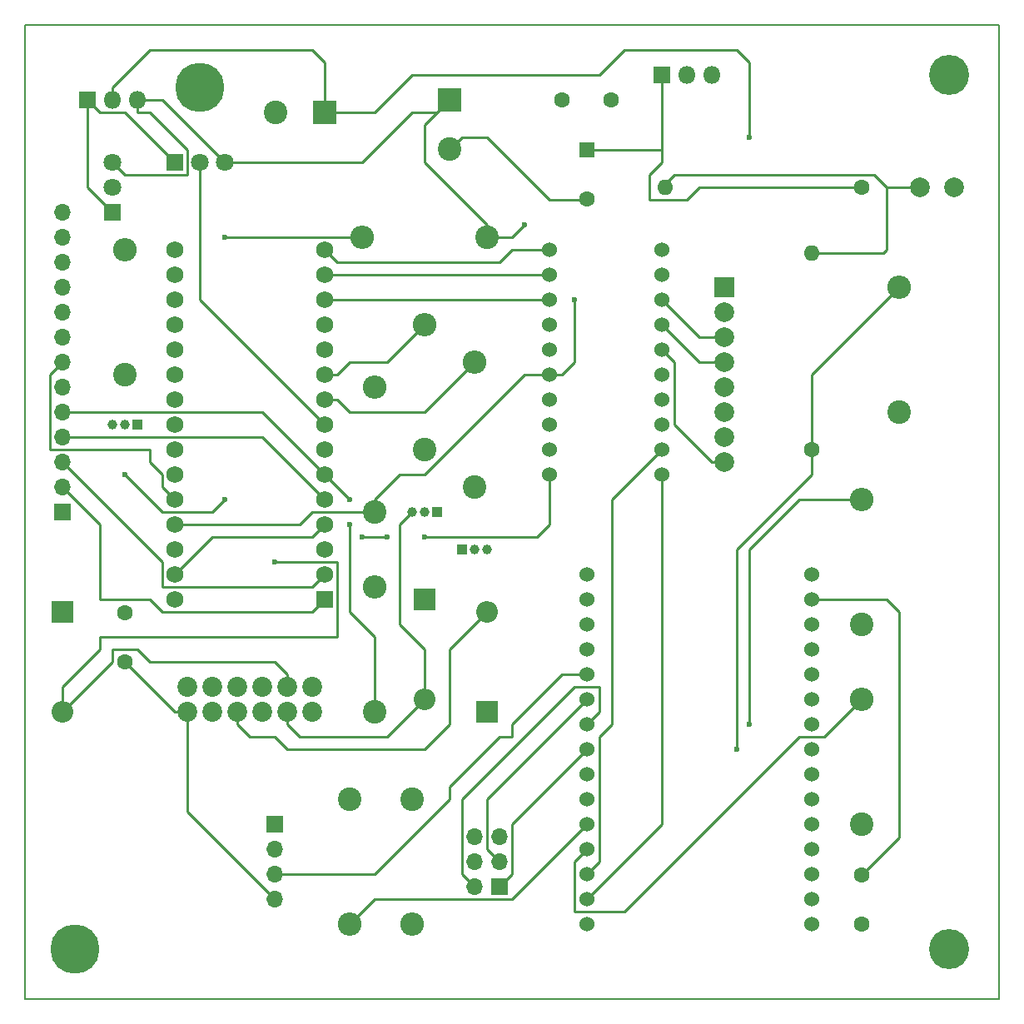
<source format=gbr>
%TF.GenerationSoftware,KiCad,Pcbnew,4.0.7*%
%TF.CreationDate,2018-09-08T06:02:45+02:00*%
%TF.ProjectId,BrauNxGen,427261754E7847656E2E6B696361645F,rev?*%
%TF.FileFunction,Copper,L1,Top,Signal*%
%FSLAX46Y46*%
G04 Gerber Fmt 4.6, Leading zero omitted, Abs format (unit mm)*
G04 Created by KiCad (PCBNEW 4.0.7) date 09/08/18 06:02:45*
%MOMM*%
%LPD*%
G01*
G04 APERTURE LIST*
%ADD10C,0.100000*%
%ADD11C,0.150000*%
%ADD12C,1.727200*%
%ADD13R,1.727200X1.727200*%
%ADD14C,1.600000*%
%ADD15O,1.600000X1.600000*%
%ADD16R,2.400000X2.400000*%
%ADD17C,2.400000*%
%ADD18R,1.600000X1.600000*%
%ADD19R,2.200000X2.200000*%
%ADD20O,2.200000X2.200000*%
%ADD21C,1.998980*%
%ADD22R,2.000000X2.000000*%
%ADD23C,2.000000*%
%ADD24O,2.400000X2.400000*%
%ADD25C,1.524000*%
%ADD26C,2.020000*%
%ADD27R,1.000000X1.000000*%
%ADD28C,1.000000*%
%ADD29R,1.800000X1.800000*%
%ADD30O,1.800000X1.800000*%
%ADD31C,1.800000*%
%ADD32R,1.700000X1.700000*%
%ADD33O,1.700000X1.700000*%
%ADD34C,4.064000*%
%ADD35C,5.000000*%
%ADD36C,0.600000*%
%ADD37C,0.250000*%
G04 APERTURE END LIST*
D10*
D11*
X82550000Y-130810000D02*
X82550000Y-31750000D01*
X181610000Y-130810000D02*
X82550000Y-130810000D01*
X82550000Y-31750000D02*
X181610000Y-31750000D01*
X181610000Y-130810000D02*
X181610000Y-31750000D01*
D12*
X97790000Y-90170000D03*
X97790000Y-87630000D03*
X97790000Y-85090000D03*
X97790000Y-82550000D03*
X97790000Y-80010000D03*
X97790000Y-77470000D03*
X97790000Y-74930000D03*
X97790000Y-72390000D03*
X97790000Y-69850000D03*
X97790000Y-67310000D03*
X97790000Y-64770000D03*
X97790000Y-62230000D03*
X97790000Y-59690000D03*
X97790000Y-57150000D03*
X97790000Y-54610000D03*
X113030000Y-54610000D03*
X113030000Y-57150000D03*
X113030000Y-59690000D03*
X113030000Y-62230000D03*
X113030000Y-64770000D03*
X113030000Y-67310000D03*
X113030000Y-69850000D03*
X113030000Y-72390000D03*
X113030000Y-74930000D03*
X113030000Y-77470000D03*
X113030000Y-80010000D03*
X113030000Y-82550000D03*
X113030000Y-85090000D03*
X113030000Y-87630000D03*
D13*
X113030000Y-90170000D03*
D14*
X167640000Y-123190000D03*
X167640000Y-118190000D03*
X167640000Y-48260000D03*
D15*
X147640000Y-48260000D03*
D16*
X113030000Y-40640000D03*
D17*
X108030000Y-40640000D03*
D18*
X139700000Y-44450000D03*
D14*
X139700000Y-49450000D03*
D16*
X125730000Y-39370000D03*
D17*
X125730000Y-44370000D03*
D14*
X137160000Y-39370000D03*
X142160000Y-39370000D03*
X92710000Y-96520000D03*
X92710000Y-91520000D03*
D19*
X129540000Y-101600000D03*
D20*
X129540000Y-91440000D03*
D19*
X86360000Y-91440000D03*
D20*
X86360000Y-101600000D03*
D21*
X173509940Y-48260000D03*
X177010060Y-48260000D03*
D22*
X153670000Y-58420000D03*
D23*
X153670000Y-60960000D03*
X153670000Y-63500000D03*
X153670000Y-66040000D03*
X153670000Y-68580000D03*
X153670000Y-71120000D03*
X153670000Y-73660000D03*
X153670000Y-76200000D03*
D17*
X129540000Y-53340000D03*
D24*
X116840000Y-53340000D03*
D17*
X118110000Y-81280000D03*
D24*
X118110000Y-68580000D03*
D17*
X167640000Y-113030000D03*
D24*
X167640000Y-100330000D03*
D17*
X115570000Y-110490000D03*
D24*
X115570000Y-123190000D03*
D17*
X171450000Y-71120000D03*
D24*
X171450000Y-58420000D03*
D17*
X167640000Y-92710000D03*
D24*
X167640000Y-80010000D03*
D17*
X121920000Y-110490000D03*
D24*
X121920000Y-123190000D03*
D17*
X118110000Y-101600000D03*
D24*
X118110000Y-88900000D03*
D17*
X128270000Y-78740000D03*
D24*
X128270000Y-66040000D03*
D17*
X123190000Y-74930000D03*
D24*
X123190000Y-62230000D03*
D17*
X92710000Y-67310000D03*
D24*
X92710000Y-54610000D03*
D25*
X162560000Y-123190000D03*
X162560000Y-120650000D03*
X162560000Y-118110000D03*
X162560000Y-115570000D03*
X162560000Y-113030000D03*
X162560000Y-110490000D03*
X162560000Y-107950000D03*
X162560000Y-105410000D03*
X162560000Y-102870000D03*
X162560000Y-100330000D03*
X162560000Y-97790000D03*
X162560000Y-95250000D03*
X162560000Y-92710000D03*
X162560000Y-90170000D03*
X162560000Y-87630000D03*
X139700000Y-87630000D03*
X139700000Y-90170000D03*
X139700000Y-92710000D03*
X139700000Y-95250000D03*
X139700000Y-97790000D03*
X139700000Y-100330000D03*
X139700000Y-102870000D03*
X139700000Y-105410000D03*
X139700000Y-107950000D03*
X139700000Y-110490000D03*
X139700000Y-113030000D03*
X139700000Y-115570000D03*
X139700000Y-118110000D03*
X139700000Y-120650000D03*
X139700000Y-123190000D03*
X147320000Y-77470000D03*
X147320000Y-74930000D03*
X147320000Y-72390000D03*
X147320000Y-69850000D03*
X147320000Y-67310000D03*
X147320000Y-64770000D03*
X147320000Y-62230000D03*
X147320000Y-59690000D03*
X147320000Y-57150000D03*
X147320000Y-54610000D03*
X135890000Y-54610000D03*
X135890000Y-57150000D03*
X135890000Y-59690000D03*
X135890000Y-62230000D03*
X135890000Y-64770000D03*
X135890000Y-67310000D03*
X135890000Y-69850000D03*
X135890000Y-72390000D03*
X135890000Y-74930000D03*
X135890000Y-77470000D03*
D14*
X162560000Y-74930000D03*
D15*
X162560000Y-54930000D03*
D19*
X123190000Y-90170000D03*
D20*
X123190000Y-100330000D03*
D26*
X99060000Y-101600000D03*
X101600000Y-101600000D03*
X104140000Y-101600000D03*
X106680000Y-101600000D03*
X109220000Y-101600000D03*
X111760000Y-101600000D03*
X111760000Y-99060000D03*
X109220000Y-99060000D03*
X106680000Y-99060000D03*
X104140000Y-99060000D03*
X101600000Y-99060000D03*
X99060000Y-99060000D03*
D27*
X127000000Y-85090000D03*
D28*
X128270000Y-85090000D03*
X129540000Y-85090000D03*
D27*
X124460000Y-81280000D03*
D28*
X123190000Y-81280000D03*
X121920000Y-81280000D03*
D27*
X93980000Y-72390000D03*
D28*
X92710000Y-72390000D03*
X91440000Y-72390000D03*
D29*
X88900000Y-39370000D03*
D30*
X91440000Y-39370000D03*
X93980000Y-39370000D03*
D29*
X147320000Y-36830000D03*
D30*
X149860000Y-36830000D03*
X152400000Y-36830000D03*
D29*
X91440000Y-50800000D03*
D31*
X91440000Y-48260000D03*
X91440000Y-45720000D03*
D29*
X97790000Y-45720000D03*
D31*
X100330000Y-45720000D03*
X102870000Y-45720000D03*
D32*
X130810000Y-119380000D03*
D33*
X128270000Y-119380000D03*
X130810000Y-116840000D03*
X128270000Y-116840000D03*
X130810000Y-114300000D03*
X128270000Y-114300000D03*
D32*
X107950000Y-113030000D03*
D33*
X107950000Y-115570000D03*
X107950000Y-118110000D03*
X107950000Y-120650000D03*
D32*
X86360000Y-81280000D03*
D33*
X86360000Y-78740000D03*
X86360000Y-76200000D03*
X86360000Y-73660000D03*
X86360000Y-71120000D03*
X86360000Y-68580000D03*
X86360000Y-66040000D03*
X86360000Y-63500000D03*
X86360000Y-60960000D03*
X86360000Y-58420000D03*
X86360000Y-55880000D03*
X86360000Y-53340000D03*
X86360000Y-50800000D03*
D34*
X176530000Y-36830000D03*
X176530000Y-125730000D03*
D35*
X100330000Y-38100000D03*
X87630000Y-125730000D03*
D36*
X156210000Y-43180000D03*
X107950000Y-86360000D03*
X102870000Y-80010000D03*
X92710000Y-77470000D03*
X156210000Y-102870000D03*
X115570000Y-82550000D03*
X115570000Y-80010000D03*
X102870000Y-53340000D03*
X116840000Y-83820000D03*
X119380000Y-83820000D03*
X123190000Y-83820000D03*
X154940000Y-105410000D03*
X133350000Y-52070000D03*
X138430000Y-59690000D03*
D37*
X91440000Y-39370000D02*
X91440000Y-38100000D01*
X113030000Y-35560000D02*
X113030000Y-40640000D01*
X111760000Y-34290000D02*
X113030000Y-35560000D01*
X95250000Y-34290000D02*
X111760000Y-34290000D01*
X91440000Y-38100000D02*
X95250000Y-34290000D01*
X113030000Y-40640000D02*
X118110000Y-40640000D01*
X156210000Y-35560000D02*
X156210000Y-43180000D01*
X154940000Y-34290000D02*
X156210000Y-35560000D01*
X143510000Y-34290000D02*
X154940000Y-34290000D01*
X140970000Y-36830000D02*
X143510000Y-34290000D01*
X121920000Y-36830000D02*
X140970000Y-36830000D01*
X118110000Y-40640000D02*
X121920000Y-36830000D01*
X173509940Y-48260000D02*
X170180000Y-48260000D01*
X170180000Y-48260000D02*
X170180000Y-54610000D01*
X169860000Y-54930000D02*
X162560000Y-54930000D01*
X170180000Y-54610000D02*
X169860000Y-54930000D01*
X99060000Y-101600000D02*
X99060000Y-111760000D01*
X99060000Y-111760000D02*
X107950000Y-120650000D01*
X162560000Y-90170000D02*
X170180000Y-90170000D01*
X171450000Y-114380000D02*
X167640000Y-118190000D01*
X171450000Y-91440000D02*
X171450000Y-114380000D01*
X170180000Y-90170000D02*
X171450000Y-91440000D01*
X91440000Y-50800000D02*
X88900000Y-48260000D01*
X88900000Y-48260000D02*
X88900000Y-39370000D01*
X97790000Y-45720000D02*
X92710000Y-40640000D01*
X92710000Y-40640000D02*
X90170000Y-40640000D01*
X90170000Y-40640000D02*
X88900000Y-39370000D01*
X147320000Y-64770000D02*
X148590000Y-66040000D01*
X148590000Y-66040000D02*
X148590000Y-72390000D01*
X148590000Y-72390000D02*
X152400000Y-76200000D01*
X152400000Y-76200000D02*
X153670000Y-76200000D01*
X97790000Y-87630000D02*
X101600000Y-83820000D01*
X101600000Y-83820000D02*
X111760000Y-83820000D01*
X111760000Y-83820000D02*
X113030000Y-82550000D01*
X125730000Y-44370000D02*
X125730000Y-44450000D01*
X125730000Y-44450000D02*
X127000000Y-43180000D01*
X127000000Y-43180000D02*
X129540000Y-43180000D01*
X129540000Y-43180000D02*
X135890000Y-49530000D01*
X135890000Y-49530000D02*
X139700000Y-49530000D01*
X139700000Y-49530000D02*
X139700000Y-49450000D01*
X99060000Y-101600000D02*
X97790000Y-101600000D01*
X97790000Y-101600000D02*
X92710000Y-96520000D01*
X147640000Y-48260000D02*
X147320000Y-48260000D01*
X147320000Y-48260000D02*
X148590000Y-46990000D01*
X168910000Y-46990000D02*
X170180000Y-48260000D01*
X148590000Y-46990000D02*
X168910000Y-46990000D01*
X139700000Y-44450000D02*
X147320000Y-44450000D01*
X147320000Y-44450000D02*
X147320000Y-45720000D01*
X147320000Y-36830000D02*
X147320000Y-44450000D01*
X147320000Y-45720000D02*
X146050000Y-46990000D01*
X146050000Y-46990000D02*
X146050000Y-49530000D01*
X146050000Y-49530000D02*
X149860000Y-49530000D01*
X149860000Y-49530000D02*
X151130000Y-48260000D01*
X151130000Y-48260000D02*
X167640000Y-48260000D01*
X129540000Y-91440000D02*
X125730000Y-95250000D01*
X125730000Y-95250000D02*
X125730000Y-102870000D01*
X125730000Y-102870000D02*
X123190000Y-105410000D01*
X123190000Y-105410000D02*
X109220000Y-105410000D01*
X109220000Y-105410000D02*
X107950000Y-104140000D01*
X107950000Y-104140000D02*
X105410000Y-104140000D01*
X105410000Y-104140000D02*
X104140000Y-102870000D01*
X104140000Y-102870000D02*
X104140000Y-101600000D01*
X123190000Y-100330000D02*
X119380000Y-104140000D01*
X119380000Y-104140000D02*
X110490000Y-104140000D01*
X110490000Y-104140000D02*
X109220000Y-102870000D01*
X109220000Y-102870000D02*
X109220000Y-101600000D01*
X123190000Y-100330000D02*
X123190000Y-95250000D01*
X123190000Y-95250000D02*
X120650000Y-92710000D01*
X120650000Y-92710000D02*
X120650000Y-82550000D01*
X120650000Y-82550000D02*
X121920000Y-81280000D01*
X86360000Y-101600000D02*
X86360000Y-99060000D01*
X86360000Y-99060000D02*
X90170000Y-95250000D01*
X90170000Y-95250000D02*
X90170000Y-93980000D01*
X90170000Y-93980000D02*
X114300000Y-93980000D01*
X114300000Y-93980000D02*
X114300000Y-86360000D01*
X114300000Y-86360000D02*
X107950000Y-86360000D01*
X102870000Y-80010000D02*
X101600000Y-81280000D01*
X101600000Y-81280000D02*
X96520000Y-81280000D01*
X96520000Y-81280000D02*
X92710000Y-77470000D01*
X86360000Y-101600000D02*
X91440000Y-96520000D01*
X91440000Y-96520000D02*
X91440000Y-95250000D01*
X91440000Y-95250000D02*
X93980000Y-95250000D01*
X93980000Y-95250000D02*
X95250000Y-96520000D01*
X95250000Y-96520000D02*
X107950000Y-96520000D01*
X107950000Y-96520000D02*
X109220000Y-97790000D01*
X109220000Y-97790000D02*
X109220000Y-99060000D01*
X167640000Y-80010000D02*
X161290000Y-80010000D01*
X156210000Y-85090000D02*
X156210000Y-102870000D01*
X161290000Y-80010000D02*
X156210000Y-85090000D01*
X128270000Y-119380000D02*
X127000000Y-118110000D01*
X127000000Y-118110000D02*
X127000000Y-110490000D01*
X127000000Y-110490000D02*
X138430000Y-99060000D01*
X138430000Y-99060000D02*
X140970000Y-99060000D01*
X140970000Y-99060000D02*
X140970000Y-101600000D01*
X140970000Y-101600000D02*
X139700000Y-102870000D01*
X130810000Y-116840000D02*
X129540000Y-115570000D01*
X129540000Y-115570000D02*
X129540000Y-110490000D01*
X129540000Y-110490000D02*
X139700000Y-100330000D01*
X147320000Y-59690000D02*
X151130000Y-63500000D01*
X151130000Y-63500000D02*
X153670000Y-63500000D01*
X147320000Y-62230000D02*
X151130000Y-66040000D01*
X151130000Y-66040000D02*
X153670000Y-66040000D01*
X113030000Y-77470000D02*
X115570000Y-80010000D01*
X118110000Y-93980000D02*
X118110000Y-101600000D01*
X115570000Y-91440000D02*
X118110000Y-93980000D01*
X115570000Y-82550000D02*
X115570000Y-91440000D01*
X113030000Y-77470000D02*
X106680000Y-71120000D01*
X106680000Y-71120000D02*
X86360000Y-71120000D01*
X139700000Y-97790000D02*
X137160000Y-97790000D01*
X137160000Y-97790000D02*
X132080000Y-102870000D01*
X132080000Y-102870000D02*
X132080000Y-104140000D01*
X132080000Y-104140000D02*
X130810000Y-104140000D01*
X130810000Y-104140000D02*
X125730000Y-109220000D01*
X125730000Y-109220000D02*
X125730000Y-110490000D01*
X125730000Y-110490000D02*
X118110000Y-118110000D01*
X118110000Y-118110000D02*
X107950000Y-118110000D01*
X113030000Y-87630000D02*
X111760000Y-88900000D01*
X111760000Y-88900000D02*
X96520000Y-88900000D01*
X96520000Y-88900000D02*
X96520000Y-86360000D01*
X96520000Y-86360000D02*
X86360000Y-76200000D01*
X113030000Y-90170000D02*
X111760000Y-91440000D01*
X111760000Y-91440000D02*
X96520000Y-91440000D01*
X96520000Y-91440000D02*
X95250000Y-90170000D01*
X95250000Y-90170000D02*
X90170000Y-90170000D01*
X90170000Y-90170000D02*
X90170000Y-82550000D01*
X90170000Y-82550000D02*
X86360000Y-78740000D01*
X97790000Y-80010000D02*
X96520000Y-78740000D01*
X96520000Y-78740000D02*
X96520000Y-77470000D01*
X96520000Y-77470000D02*
X95250000Y-76200000D01*
X95250000Y-76200000D02*
X95250000Y-74930000D01*
X95250000Y-74930000D02*
X85090000Y-74930000D01*
X85090000Y-74930000D02*
X85090000Y-67310000D01*
X85090000Y-67310000D02*
X86360000Y-66040000D01*
X116840000Y-53340000D02*
X102870000Y-53340000D01*
X100330000Y-45720000D02*
X100330000Y-59690000D01*
X100330000Y-59690000D02*
X113030000Y-72390000D01*
X167640000Y-100330000D02*
X163830000Y-104140000D01*
X163830000Y-104140000D02*
X161290000Y-104140000D01*
X161290000Y-104140000D02*
X143510000Y-121920000D01*
X143510000Y-121920000D02*
X138430000Y-121920000D01*
X138430000Y-121920000D02*
X138430000Y-116840000D01*
X138430000Y-116840000D02*
X139700000Y-115570000D01*
X115570000Y-123190000D02*
X118110000Y-120650000D01*
X118110000Y-120650000D02*
X132080000Y-120650000D01*
X132080000Y-120650000D02*
X139700000Y-113030000D01*
X128270000Y-66040000D02*
X123190000Y-71120000D01*
X123190000Y-71120000D02*
X115570000Y-71120000D01*
X115570000Y-71120000D02*
X114300000Y-69850000D01*
X114300000Y-69850000D02*
X113030000Y-69850000D01*
X123190000Y-62230000D02*
X119380000Y-66040000D01*
X119380000Y-66040000D02*
X115570000Y-66040000D01*
X115570000Y-66040000D02*
X114300000Y-67310000D01*
X114300000Y-67310000D02*
X113030000Y-67310000D01*
X139700000Y-118110000D02*
X140970000Y-116840000D01*
X140970000Y-116840000D02*
X140970000Y-104140000D01*
X140970000Y-104140000D02*
X142240000Y-102870000D01*
X142240000Y-102870000D02*
X142240000Y-80010000D01*
X142240000Y-80010000D02*
X147320000Y-74930000D01*
X147320000Y-77470000D02*
X147320000Y-113030000D01*
X147320000Y-113030000D02*
X139700000Y-120650000D01*
X113030000Y-54610000D02*
X114300000Y-55880000D01*
X114300000Y-55880000D02*
X130810000Y-55880000D01*
X130810000Y-55880000D02*
X132080000Y-54610000D01*
X132080000Y-54610000D02*
X135890000Y-54610000D01*
X113030000Y-57150000D02*
X135890000Y-57150000D01*
X113030000Y-59690000D02*
X135890000Y-59690000D01*
X135890000Y-77470000D02*
X135890000Y-82550000D01*
X119380000Y-83820000D02*
X116840000Y-83820000D01*
X134620000Y-83820000D02*
X123190000Y-83820000D01*
X135890000Y-82550000D02*
X134620000Y-83820000D01*
X162560000Y-74930000D02*
X162560000Y-77470000D01*
X154940000Y-85090000D02*
X154940000Y-105410000D01*
X162560000Y-77470000D02*
X154940000Y-85090000D01*
X162560000Y-74930000D02*
X162560000Y-67310000D01*
X162560000Y-67310000D02*
X171450000Y-58420000D01*
X130810000Y-119380000D02*
X132080000Y-118110000D01*
X132080000Y-113030000D02*
X139700000Y-105410000D01*
X132080000Y-118110000D02*
X132080000Y-113030000D01*
X91440000Y-45720000D02*
X92710000Y-46990000D01*
X92710000Y-46990000D02*
X99060000Y-46990000D01*
X99060000Y-46990000D02*
X99060000Y-44450000D01*
X99060000Y-44450000D02*
X95250000Y-40640000D01*
X95250000Y-40640000D02*
X93980000Y-40640000D01*
X93980000Y-40640000D02*
X93980000Y-39370000D01*
X118110000Y-81280000D02*
X118110000Y-80010000D01*
X133350000Y-67310000D02*
X135890000Y-67310000D01*
X123190000Y-77470000D02*
X133350000Y-67310000D01*
X120650000Y-77470000D02*
X123190000Y-77470000D01*
X118110000Y-80010000D02*
X120650000Y-77470000D01*
X129540000Y-53340000D02*
X132080000Y-53340000D01*
X132080000Y-53340000D02*
X133350000Y-52070000D01*
X138430000Y-59690000D02*
X138430000Y-66040000D01*
X138430000Y-66040000D02*
X137160000Y-67310000D01*
X137160000Y-67310000D02*
X135890000Y-67310000D01*
X125730000Y-39370000D02*
X124460000Y-40640000D01*
X124460000Y-40640000D02*
X121920000Y-40640000D01*
X121920000Y-40640000D02*
X116840000Y-45720000D01*
X116840000Y-45720000D02*
X102870000Y-45720000D01*
X102870000Y-45720000D02*
X96520000Y-39370000D01*
X96520000Y-39370000D02*
X93980000Y-39370000D01*
X129540000Y-53340000D02*
X129540000Y-52070000D01*
X129540000Y-52070000D02*
X123190000Y-45720000D01*
X123190000Y-45720000D02*
X123190000Y-41910000D01*
X123190000Y-41910000D02*
X125730000Y-39370000D01*
X118110000Y-81280000D02*
X111760000Y-81280000D01*
X111760000Y-81280000D02*
X110490000Y-82550000D01*
X110490000Y-82550000D02*
X97790000Y-82550000D01*
X113030000Y-80010000D02*
X106680000Y-73660000D01*
X106680000Y-73660000D02*
X86360000Y-73660000D01*
M02*

</source>
